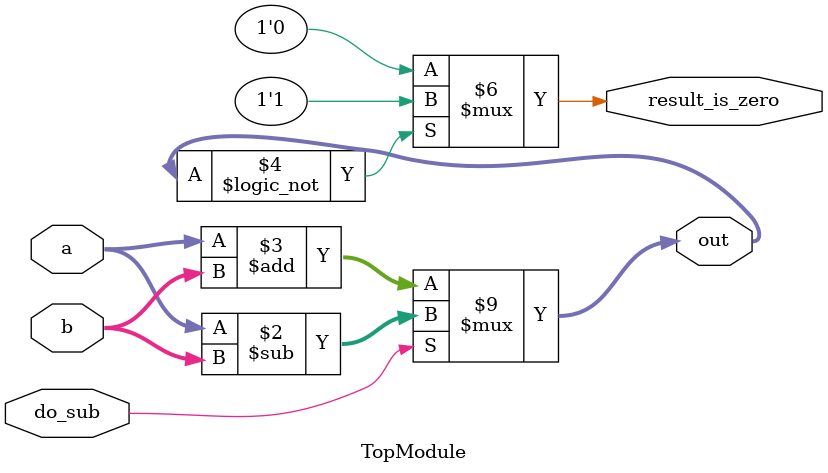
<source format=sv>

module TopModule (
  input do_sub,
  input [7:0] a,
  input [7:0] b,
  output reg [7:0] out,
  output reg result_is_zero
);
  always @(a, b, do_sub) begin
      if (do_sub) begin
          out = a - b;
      end else begin
          out = a + b;
      end

      if (out == 0) begin
          result_is_zero = 1;
      end else begin
          result_is_zero = 0;
      end
  end

endmodule

</source>
